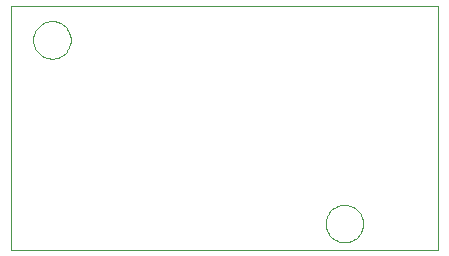
<source format=gko>
G75*
%MOIN*%
%OFA0B0*%
%FSLAX24Y24*%
%IPPOS*%
%LPD*%
%AMOC8*
5,1,8,0,0,1.08239X$1,22.5*
%
%ADD10C,0.0000*%
D10*
X000100Y000318D02*
X000100Y008439D01*
X014345Y008439D01*
X014345Y000318D01*
X000100Y000318D01*
X010600Y001193D02*
X010602Y001243D01*
X010608Y001292D01*
X010618Y001341D01*
X010631Y001388D01*
X010649Y001435D01*
X010670Y001480D01*
X010694Y001523D01*
X010722Y001564D01*
X010753Y001603D01*
X010787Y001639D01*
X010824Y001673D01*
X010864Y001703D01*
X010905Y001730D01*
X010949Y001754D01*
X010994Y001774D01*
X011041Y001790D01*
X011089Y001803D01*
X011138Y001812D01*
X011188Y001817D01*
X011237Y001818D01*
X011287Y001815D01*
X011336Y001808D01*
X011385Y001797D01*
X011432Y001783D01*
X011478Y001764D01*
X011523Y001742D01*
X011566Y001717D01*
X011606Y001688D01*
X011644Y001656D01*
X011680Y001622D01*
X011713Y001584D01*
X011742Y001544D01*
X011768Y001502D01*
X011791Y001458D01*
X011810Y001412D01*
X011826Y001365D01*
X011838Y001316D01*
X011846Y001267D01*
X011850Y001218D01*
X011850Y001168D01*
X011846Y001119D01*
X011838Y001070D01*
X011826Y001021D01*
X011810Y000974D01*
X011791Y000928D01*
X011768Y000884D01*
X011742Y000842D01*
X011713Y000802D01*
X011680Y000764D01*
X011644Y000730D01*
X011606Y000698D01*
X011566Y000669D01*
X011523Y000644D01*
X011478Y000622D01*
X011432Y000603D01*
X011385Y000589D01*
X011336Y000578D01*
X011287Y000571D01*
X011237Y000568D01*
X011188Y000569D01*
X011138Y000574D01*
X011089Y000583D01*
X011041Y000596D01*
X010994Y000612D01*
X010949Y000632D01*
X010905Y000656D01*
X010864Y000683D01*
X010824Y000713D01*
X010787Y000747D01*
X010753Y000783D01*
X010722Y000822D01*
X010694Y000863D01*
X010670Y000906D01*
X010649Y000951D01*
X010631Y000998D01*
X010618Y001045D01*
X010608Y001094D01*
X010602Y001143D01*
X010600Y001193D01*
X000850Y007318D02*
X000852Y007368D01*
X000858Y007417D01*
X000868Y007466D01*
X000881Y007513D01*
X000899Y007560D01*
X000920Y007605D01*
X000944Y007648D01*
X000972Y007689D01*
X001003Y007728D01*
X001037Y007764D01*
X001074Y007798D01*
X001114Y007828D01*
X001155Y007855D01*
X001199Y007879D01*
X001244Y007899D01*
X001291Y007915D01*
X001339Y007928D01*
X001388Y007937D01*
X001438Y007942D01*
X001487Y007943D01*
X001537Y007940D01*
X001586Y007933D01*
X001635Y007922D01*
X001682Y007908D01*
X001728Y007889D01*
X001773Y007867D01*
X001816Y007842D01*
X001856Y007813D01*
X001894Y007781D01*
X001930Y007747D01*
X001963Y007709D01*
X001992Y007669D01*
X002018Y007627D01*
X002041Y007583D01*
X002060Y007537D01*
X002076Y007490D01*
X002088Y007441D01*
X002096Y007392D01*
X002100Y007343D01*
X002100Y007293D01*
X002096Y007244D01*
X002088Y007195D01*
X002076Y007146D01*
X002060Y007099D01*
X002041Y007053D01*
X002018Y007009D01*
X001992Y006967D01*
X001963Y006927D01*
X001930Y006889D01*
X001894Y006855D01*
X001856Y006823D01*
X001816Y006794D01*
X001773Y006769D01*
X001728Y006747D01*
X001682Y006728D01*
X001635Y006714D01*
X001586Y006703D01*
X001537Y006696D01*
X001487Y006693D01*
X001438Y006694D01*
X001388Y006699D01*
X001339Y006708D01*
X001291Y006721D01*
X001244Y006737D01*
X001199Y006757D01*
X001155Y006781D01*
X001114Y006808D01*
X001074Y006838D01*
X001037Y006872D01*
X001003Y006908D01*
X000972Y006947D01*
X000944Y006988D01*
X000920Y007031D01*
X000899Y007076D01*
X000881Y007123D01*
X000868Y007170D01*
X000858Y007219D01*
X000852Y007268D01*
X000850Y007318D01*
M02*

</source>
